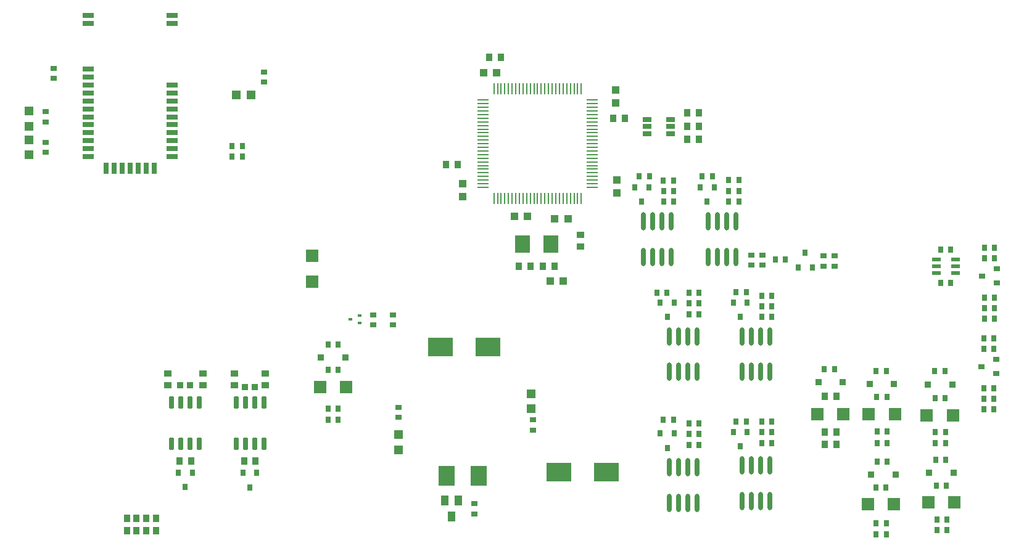
<source format=gbr>
G04*
G04 #@! TF.GenerationSoftware,Altium Limited,Altium Designer,25.0.2 (28)*
G04*
G04 Layer_Color=8421504*
%FSLAX44Y44*%
%MOMM*%
G71*
G04*
G04 #@! TF.SameCoordinates,1489D581-9A80-4730-A308-F2CAF4F028AF*
G04*
G04*
G04 #@! TF.FilePolarity,Positive*
G04*
G01*
G75*
%ADD21R,1.2000X1.2000*%
%ADD22R,0.9000X0.8000*%
%ADD23R,0.5080X0.3560*%
%ADD24R,1.6800X1.7000*%
%ADD25R,1.2200X0.6200*%
%ADD26R,2.1600X2.8000*%
%ADD27R,1.0000X1.4000*%
%ADD28R,3.5000X2.5000*%
%ADD29R,0.8000X0.9000*%
G04:AMPARAMS|DCode=30|XSize=0.65mm|YSize=1.65mm|CornerRadius=0.0488mm|HoleSize=0mm|Usage=FLASHONLY|Rotation=0.000|XOffset=0mm|YOffset=0mm|HoleType=Round|Shape=RoundedRectangle|*
%AMROUNDEDRECTD30*
21,1,0.6500,1.5525,0,0,0.0*
21,1,0.5525,1.6500,0,0,0.0*
1,1,0.0975,0.2763,-0.7763*
1,1,0.0975,-0.2763,-0.7763*
1,1,0.0975,-0.2763,0.7763*
1,1,0.0975,0.2763,0.7763*
%
%ADD30ROUNDEDRECTD30*%
%ADD31R,0.9000X1.0000*%
%ADD32R,1.0000X0.9000*%
%ADD33R,0.8000X0.9000*%
%ADD34R,0.8500X0.9500*%
%ADD35R,0.9000X0.8000*%
%ADD36R,1.7000X1.6800*%
%ADD37R,0.8500X0.8500*%
%ADD38O,0.7000X2.5000*%
%ADD39O,1.5500X0.2500*%
%ADD40R,1.1000X1.1000*%
%ADD41O,0.2500X1.5500*%
%ADD42R,1.2000X1.2000*%
%ADD43R,1.4986X0.7112*%
%ADD44R,0.7112X1.4986*%
%ADD45R,1.1000X1.1000*%
%ADD46R,1.2000X0.7000*%
%ADD47R,2.0000X2.4000*%
D21*
X1557000Y1004792D02*
D03*
Y1025792D02*
D03*
X1374500Y948658D02*
D03*
Y969658D02*
D03*
X867410Y1353480D02*
D03*
X867117Y1413850D02*
D03*
Y1392850D02*
D03*
X867410Y1374480D02*
D03*
D22*
X1367000Y1120000D02*
D03*
Y1134000D02*
D03*
X1340000Y1120000D02*
D03*
Y1134000D02*
D03*
X1374500Y993000D02*
D03*
Y1007000D02*
D03*
X1559043Y975500D02*
D03*
Y989500D02*
D03*
X1478542Y874500D02*
D03*
Y860500D02*
D03*
X1859280Y1202040D02*
D03*
Y1216040D02*
D03*
X1958340Y1200770D02*
D03*
Y1214770D02*
D03*
X1874520Y1216040D02*
D03*
Y1202040D02*
D03*
X1973580Y1200770D02*
D03*
Y1214770D02*
D03*
X890270Y1356980D02*
D03*
X890270Y1412890D02*
D03*
Y1398890D02*
D03*
X890270Y1370980D02*
D03*
X901700Y1472580D02*
D03*
Y1458580D02*
D03*
X1189990Y1467500D02*
D03*
Y1453500D02*
D03*
D23*
X1308525Y1128000D02*
D03*
X1321475Y1133000D02*
D03*
Y1123000D02*
D03*
D24*
X1256000Y1214900D02*
D03*
Y1179100D02*
D03*
D25*
X2112800Y1210000D02*
D03*
Y1200500D02*
D03*
Y1191000D02*
D03*
X2139000D02*
D03*
Y1200500D02*
D03*
Y1210000D02*
D03*
D26*
X1440250Y912500D02*
D03*
X1484750D02*
D03*
D27*
X1438000Y878500D02*
D03*
X1447500Y856500D02*
D03*
X1457000Y878500D02*
D03*
D28*
X1432500Y1090000D02*
D03*
X1497500D02*
D03*
X1594500Y917500D02*
D03*
X1659500D02*
D03*
D29*
X2118500Y1177458D02*
D03*
X2132500D02*
D03*
X2118500Y1223543D02*
D03*
X2132500D02*
D03*
X2192000Y1087393D02*
D03*
X2178000D02*
D03*
X2192000Y1003872D02*
D03*
X2178000D02*
D03*
X2192000Y1032957D02*
D03*
X2178000D02*
D03*
X2178000Y1018415D02*
D03*
X2192000D02*
D03*
X2192500Y1211892D02*
D03*
X2178500D02*
D03*
X2192500Y1128372D02*
D03*
X2178500D02*
D03*
X2192500Y1157457D02*
D03*
X2178500D02*
D03*
X2178500Y1142915D02*
D03*
X2192500D02*
D03*
X2192000Y1101935D02*
D03*
X2178000D02*
D03*
X2192500Y1226435D02*
D03*
X2178500D02*
D03*
X1292000Y989627D02*
D03*
X1278000D02*
D03*
X1959000Y1059208D02*
D03*
X1973000D02*
D03*
X1891650Y1210310D02*
D03*
X1905650D02*
D03*
X1278000Y1058122D02*
D03*
X1292000D02*
D03*
X1278000Y1004627D02*
D03*
X1292000D02*
D03*
X1278000Y1093207D02*
D03*
X1292000D02*
D03*
X1704960Y1324610D02*
D03*
X1718960D02*
D03*
X1738302Y1303717D02*
D03*
X1752303D02*
D03*
X1738302Y1289175D02*
D03*
X1752303D02*
D03*
X1791320Y1324610D02*
D03*
X1805320D02*
D03*
X1827863Y1304290D02*
D03*
X1841863D02*
D03*
X1827863Y1289292D02*
D03*
X1841863D02*
D03*
X1751980Y1318260D02*
D03*
X1737980D02*
D03*
X1841863Y1319530D02*
D03*
X1827863D02*
D03*
X1738000Y990000D02*
D03*
X1752000D02*
D03*
X1787000Y970000D02*
D03*
X1773000D02*
D03*
X1787000Y955000D02*
D03*
X1773000D02*
D03*
X1743000Y1164000D02*
D03*
X1729000D02*
D03*
X1787000Y1150000D02*
D03*
X1773000D02*
D03*
X1787000Y1135000D02*
D03*
X1773000D02*
D03*
X1838000Y987585D02*
D03*
X1852000D02*
D03*
X1887000Y972500D02*
D03*
X1873000D02*
D03*
X1887000Y957500D02*
D03*
X1873000D02*
D03*
X1838000Y1165085D02*
D03*
X1852000D02*
D03*
X1887000Y1145585D02*
D03*
X1873000D02*
D03*
X1887000Y1131042D02*
D03*
X1873000D02*
D03*
X1773000Y984543D02*
D03*
X1787000D02*
D03*
X1773000Y1164543D02*
D03*
X1787000D02*
D03*
X1873000Y987043D02*
D03*
X1887000D02*
D03*
X1873000Y1160128D02*
D03*
X1887000D02*
D03*
X2029500Y897000D02*
D03*
X2043500D02*
D03*
X2030000Y847500D02*
D03*
X2044000D02*
D03*
X2030000Y832000D02*
D03*
X2044000D02*
D03*
X2111000Y1019500D02*
D03*
X2125000D02*
D03*
X2111500Y972500D02*
D03*
X2125500D02*
D03*
X2111500Y957500D02*
D03*
X2125500D02*
D03*
X2031000Y1021000D02*
D03*
X2045000D02*
D03*
X2031500Y973500D02*
D03*
X2045500D02*
D03*
X2031500Y957500D02*
D03*
X2045500D02*
D03*
X2126500Y899500D02*
D03*
X2112500D02*
D03*
X2113500Y853000D02*
D03*
X2127500D02*
D03*
X2113500Y838000D02*
D03*
X2127500D02*
D03*
X2031500Y932500D02*
D03*
X2045500D02*
D03*
X2110500Y1056500D02*
D03*
X2124500D02*
D03*
X2030000Y1057000D02*
D03*
X2044000D02*
D03*
X2112000Y935000D02*
D03*
X2126000D02*
D03*
X1160160Y1365823D02*
D03*
X1146160D02*
D03*
X1160160Y1351280D02*
D03*
X1146160D02*
D03*
D30*
X1101008Y1013708D02*
D03*
X1088307D02*
D03*
X1075608D02*
D03*
X1062907D02*
D03*
X1101008Y957207D02*
D03*
X1088307D02*
D03*
X1075608D02*
D03*
X1062907D02*
D03*
X1151492Y956793D02*
D03*
X1164193D02*
D03*
X1176892D02*
D03*
X1189593D02*
D03*
X1151492Y1013292D02*
D03*
X1164193D02*
D03*
X1176892D02*
D03*
X1189593D02*
D03*
D31*
X1073958Y933415D02*
D03*
X1089958D02*
D03*
X1178542Y933000D02*
D03*
X1162542D02*
D03*
X1042000Y837500D02*
D03*
Y854500D02*
D03*
X1028066D02*
D03*
Y837500D02*
D03*
X1015000Y854500D02*
D03*
Y837500D02*
D03*
X1001934Y854500D02*
D03*
Y837500D02*
D03*
X1959500Y1022373D02*
D03*
X1975500D02*
D03*
X1976000Y972500D02*
D03*
X1960000D02*
D03*
X1976000Y956000D02*
D03*
X1960000D02*
D03*
X1439500Y1340000D02*
D03*
X1455500D02*
D03*
X1499000Y1487585D02*
D03*
X1515000D02*
D03*
X1685500Y1404000D02*
D03*
X1669500D02*
D03*
X1589000Y1201000D02*
D03*
X1573000D02*
D03*
X1539957D02*
D03*
X1555957D02*
D03*
X1786500Y1411085D02*
D03*
X1770500D02*
D03*
Y1393042D02*
D03*
X1786500D02*
D03*
Y1375000D02*
D03*
X1770500D02*
D03*
D32*
X1106000Y1037000D02*
D03*
Y1053000D02*
D03*
X1057915Y1037000D02*
D03*
Y1053000D02*
D03*
X1192085D02*
D03*
Y1037000D02*
D03*
X1149000Y1053000D02*
D03*
Y1037000D02*
D03*
X1624000Y1228000D02*
D03*
Y1244000D02*
D03*
D33*
X1081957Y897372D02*
D03*
X1091458Y917373D02*
D03*
X1072458D02*
D03*
X1170543Y896957D02*
D03*
X1180042Y916957D02*
D03*
X1161042D02*
D03*
X1923440Y1199040D02*
D03*
X1942440D02*
D03*
X1932940Y1219040D02*
D03*
X1708438Y1289370D02*
D03*
X1698938Y1309370D02*
D03*
X1717937D02*
D03*
X1798320Y1289210D02*
D03*
X1788820Y1309210D02*
D03*
X1807820D02*
D03*
X1752957Y970792D02*
D03*
X1733957D02*
D03*
X1743457Y950792D02*
D03*
X1752957Y1150792D02*
D03*
X1733958D02*
D03*
X1743457Y1130792D02*
D03*
X1852957Y973292D02*
D03*
X1833958D02*
D03*
X1843457Y953292D02*
D03*
X1852957Y1150792D02*
D03*
X1833958D02*
D03*
X1843457Y1130792D02*
D03*
D34*
X1088708Y1037500D02*
D03*
X1075208D02*
D03*
X1163792Y1035085D02*
D03*
X1177292D02*
D03*
D35*
X2195000Y1053500D02*
D03*
Y1072500D02*
D03*
X2175000Y1063000D02*
D03*
X2195500Y1178000D02*
D03*
Y1197000D02*
D03*
X2175500Y1187500D02*
D03*
D36*
X1949600Y997500D02*
D03*
X1985400D02*
D03*
X1267100Y1035000D02*
D03*
X1302900D02*
D03*
X2018600Y873500D02*
D03*
X2054400D02*
D03*
X2099600Y996000D02*
D03*
X2135400D02*
D03*
X2020100Y997500D02*
D03*
X2055900D02*
D03*
X2101600Y876000D02*
D03*
X2137400D02*
D03*
D37*
X1984250Y1041665D02*
D03*
X1950750D02*
D03*
X1301750Y1075665D02*
D03*
X1268250D02*
D03*
X2056750Y914542D02*
D03*
X2023250D02*
D03*
X2134750Y1038000D02*
D03*
X2101250D02*
D03*
X2054750Y1038542D02*
D03*
X2021250D02*
D03*
X2136250Y917042D02*
D03*
X2102750D02*
D03*
D38*
X1748790Y1262632D02*
D03*
X1736090D02*
D03*
X1723390D02*
D03*
X1710690D02*
D03*
X1748790Y1213632D02*
D03*
X1736090D02*
D03*
X1723390D02*
D03*
X1710690D02*
D03*
X1837690Y1262750D02*
D03*
X1824990D02*
D03*
X1812290D02*
D03*
X1799590D02*
D03*
X1837690Y1213750D02*
D03*
X1824990D02*
D03*
X1812290D02*
D03*
X1799590D02*
D03*
X1745950Y875500D02*
D03*
X1758650D02*
D03*
X1771350D02*
D03*
X1784050D02*
D03*
X1745950Y924500D02*
D03*
X1758650D02*
D03*
X1771350D02*
D03*
X1784050D02*
D03*
X1745950Y1055500D02*
D03*
X1758650D02*
D03*
X1771350D02*
D03*
X1784050D02*
D03*
X1745950Y1104500D02*
D03*
X1758650D02*
D03*
X1771350D02*
D03*
X1784050D02*
D03*
X1845950Y878000D02*
D03*
X1858650D02*
D03*
X1871350D02*
D03*
X1884050D02*
D03*
X1845950Y927000D02*
D03*
X1858650D02*
D03*
X1871350D02*
D03*
X1884050D02*
D03*
X1845950Y1055500D02*
D03*
X1858650D02*
D03*
X1871350D02*
D03*
X1884050D02*
D03*
X1845950Y1104500D02*
D03*
X1858650D02*
D03*
X1871350D02*
D03*
X1884050D02*
D03*
D39*
X1490250Y1419000D02*
D03*
Y1414000D02*
D03*
X1640750Y1309000D02*
D03*
Y1314000D02*
D03*
Y1319000D02*
D03*
Y1324000D02*
D03*
Y1329000D02*
D03*
Y1334000D02*
D03*
Y1339000D02*
D03*
Y1344000D02*
D03*
Y1349000D02*
D03*
Y1354000D02*
D03*
Y1359000D02*
D03*
Y1364000D02*
D03*
Y1369000D02*
D03*
Y1374000D02*
D03*
Y1379000D02*
D03*
Y1384000D02*
D03*
Y1389000D02*
D03*
Y1394000D02*
D03*
Y1399000D02*
D03*
Y1404000D02*
D03*
Y1409000D02*
D03*
Y1414000D02*
D03*
Y1419000D02*
D03*
Y1424000D02*
D03*
Y1429000D02*
D03*
X1490250D02*
D03*
Y1424000D02*
D03*
Y1409000D02*
D03*
Y1404000D02*
D03*
Y1399000D02*
D03*
Y1394000D02*
D03*
Y1389000D02*
D03*
Y1384000D02*
D03*
Y1379000D02*
D03*
Y1374000D02*
D03*
Y1369000D02*
D03*
Y1364000D02*
D03*
Y1359000D02*
D03*
Y1354000D02*
D03*
Y1349000D02*
D03*
Y1344000D02*
D03*
Y1339000D02*
D03*
Y1334000D02*
D03*
Y1329000D02*
D03*
Y1324000D02*
D03*
Y1319000D02*
D03*
Y1314000D02*
D03*
Y1309000D02*
D03*
D40*
X1674000Y1319000D02*
D03*
Y1301000D02*
D03*
X1462500Y1314500D02*
D03*
Y1296500D02*
D03*
X1673000Y1425043D02*
D03*
Y1443042D02*
D03*
D41*
X1590500Y1444250D02*
D03*
X1585500D02*
D03*
X1575500D02*
D03*
X1570500D02*
D03*
X1505500Y1293750D02*
D03*
X1510500D02*
D03*
X1515500D02*
D03*
X1520500D02*
D03*
X1525500D02*
D03*
X1530500D02*
D03*
X1535500D02*
D03*
X1540500D02*
D03*
X1545500D02*
D03*
X1550500D02*
D03*
X1555500D02*
D03*
X1560500D02*
D03*
X1565500D02*
D03*
X1570500D02*
D03*
X1575500D02*
D03*
X1580500D02*
D03*
X1585500D02*
D03*
X1590500D02*
D03*
X1595500D02*
D03*
X1600500D02*
D03*
X1605500D02*
D03*
X1610500D02*
D03*
X1615500D02*
D03*
X1620500D02*
D03*
X1625500D02*
D03*
Y1444250D02*
D03*
X1620500D02*
D03*
X1615500D02*
D03*
X1610500D02*
D03*
X1605500D02*
D03*
X1600500D02*
D03*
X1595500D02*
D03*
X1580500D02*
D03*
X1565500D02*
D03*
X1560500D02*
D03*
X1555500D02*
D03*
X1550500D02*
D03*
X1545500D02*
D03*
X1540500D02*
D03*
X1535500D02*
D03*
X1530500D02*
D03*
X1525500D02*
D03*
X1520500D02*
D03*
X1515500D02*
D03*
X1510500D02*
D03*
X1505500D02*
D03*
D42*
X1151550Y1436370D02*
D03*
X1172550D02*
D03*
D43*
X1063701Y1350950D02*
D03*
Y1361948D02*
D03*
X948690D02*
D03*
Y1350950D02*
D03*
X1063701Y1383944D02*
D03*
Y1372946D02*
D03*
X948690D02*
D03*
Y1383944D02*
D03*
X1063701Y1405941D02*
D03*
Y1394943D02*
D03*
X948690D02*
D03*
Y1405941D02*
D03*
X1063701Y1427937D02*
D03*
Y1416939D02*
D03*
X948690D02*
D03*
Y1427937D02*
D03*
Y1438935D02*
D03*
X1063701D02*
D03*
X948690Y1449934D02*
D03*
X1063701D02*
D03*
X948690Y1471930D02*
D03*
Y1460932D02*
D03*
X1063701Y1544930D02*
D03*
Y1533931D02*
D03*
X948690D02*
D03*
Y1544930D02*
D03*
D44*
X1039190Y1335418D02*
D03*
X1028192D02*
D03*
X1017194D02*
D03*
X1006196D02*
D03*
X995197D02*
D03*
X984199D02*
D03*
X973201D02*
D03*
D45*
X1509500Y1466543D02*
D03*
X1491500D02*
D03*
X1589000Y1265500D02*
D03*
X1607000D02*
D03*
X1551500Y1269500D02*
D03*
X1533500D02*
D03*
X1601000Y1179958D02*
D03*
X1583000D02*
D03*
D46*
X1716000Y1392500D02*
D03*
Y1382500D02*
D03*
Y1402500D02*
D03*
X1748000D02*
D03*
Y1382500D02*
D03*
Y1392500D02*
D03*
D47*
X1584000Y1231000D02*
D03*
X1545000D02*
D03*
M02*

</source>
